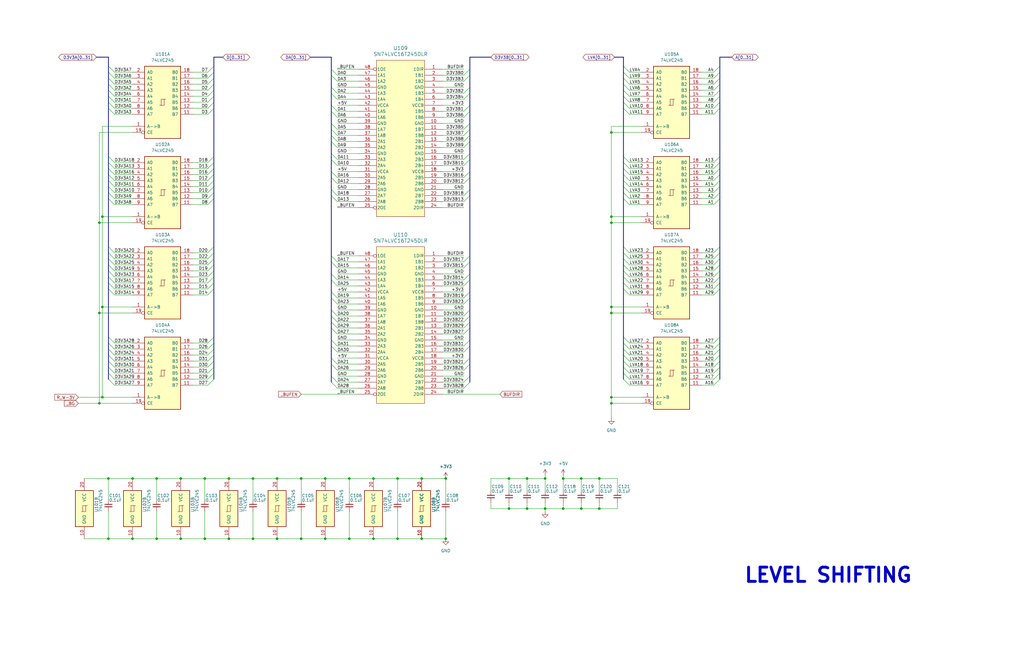
<source format=kicad_sch>
(kicad_sch (version 20231120) (generator "eeschema") (generator_version "8.0")
  (paper "USLedger")
  (title_block (title "AmigaPCI 68040") (date "2024-07-14") (rev "3.0"))
  (junction (at 177.8 201.93))
  (junction (at 245.11 201.93))
  (junction (at 229.87 214.63))
  (junction (at 43.18 167.64))
  (junction (at 86.36 227.33))
  (junction (at 252.73 214.63))
  (junction (at 257.81 55.88))
  (junction (at 257.81 91.44))
  (junction (at 127 201.93))
  (junction (at 43.18 91.44))
  (junction (at 167.64 227.33))
  (junction (at 137.16 201.93))
  (junction (at 257.81 93.98))
  (junction (at 106.68 227.33))
  (junction (at 41.91 170.18))
  (junction (at 66.04 201.93))
  (junction (at 43.18 129.54))
  (junction (at 137.16 227.33))
  (junction (at 55.88 201.93))
  (junction (at 252.73 201.93))
  (junction (at 45.72 227.33))
  (junction (at 157.48 201.93))
  (junction (at 237.49 214.63))
  (junction (at 127 227.33))
  (junction (at 177.8 227.33))
  (junction (at 257.81 167.64))
  (junction (at 214.63 214.63))
  (junction (at 187.96 201.93))
  (junction (at 257.81 129.54))
  (junction (at 116.84 201.93))
  (junction (at 257.81 132.08))
  (junction (at 96.52 201.93))
  (junction (at 66.04 227.33))
  (junction (at 222.25 214.63))
  (junction (at 147.32 227.33))
  (junction (at 222.25 201.93))
  (junction (at 237.49 201.93))
  (junction (at 157.48 227.33))
  (junction (at 86.36 201.93))
  (junction (at 116.84 227.33))
  (junction (at 167.64 201.93))
  (junction (at 106.68 201.93))
  (junction (at 76.2 201.93))
  (junction (at 55.88 227.33))
  (junction (at 214.63 201.93))
  (junction (at 187.96 227.33))
  (junction (at 76.2 227.33))
  (junction (at 41.91 93.98))
  (junction (at 96.52 227.33))
  (junction (at 257.81 170.18))
  (junction (at 147.32 201.93))
  (junction (at 245.11 214.63))
  (junction (at 41.91 132.08))
  (junction (at 229.87 201.93))
  (junction (at 45.72 201.93))
  (bus_entry (at 262.89 43.18) (size 2.54 2.54))
  (bus_entry (at 139.7 115.57) (size 2.54 2.54))
  (bus_entry (at 198.12 130.81) (size -2.54 2.54))
  (bus_entry (at 90.17 149.86) (size -2.54 2.54))
  (bus_entry (at 45.72 35.56) (size 2.54 2.54))
  (bus_entry (at 198.12 46.99) (size -2.54 2.54))
  (bus_entry (at 303.53 43.18) (size -2.54 2.54))
  (bus_entry (at 45.72 121.92) (size 2.54 2.54))
  (bus_entry (at 45.72 157.48) (size 2.54 2.54))
  (bus_entry (at 303.53 144.78) (size -2.54 2.54))
  (bus_entry (at 139.7 123.19) (size 2.54 2.54))
  (bus_entry (at 198.12 64.77) (size -2.54 2.54))
  (bus_entry (at 303.53 73.66) (size -2.54 2.54))
  (bus_entry (at 139.7 135.89) (size 2.54 2.54))
  (bus_entry (at 45.72 149.86) (size 2.54 2.54))
  (bus_entry (at 90.17 147.32) (size -2.54 2.54))
  (bus_entry (at 303.53 76.2) (size -2.54 2.54))
  (bus_entry (at 303.53 109.22) (size -2.54 2.54))
  (bus_entry (at 198.12 57.15) (size -2.54 2.54))
  (bus_entry (at 139.7 39.37) (size 2.54 2.54))
  (bus_entry (at 198.12 54.61) (size -2.54 2.54))
  (bus_entry (at 262.89 35.56) (size 2.54 2.54))
  (bus_entry (at 90.17 160.02) (size -2.54 2.54))
  (bus_entry (at 303.53 121.92) (size -2.54 2.54))
  (bus_entry (at 139.7 158.75) (size 2.54 2.54))
  (bus_entry (at 45.72 114.3) (size 2.54 2.54))
  (bus_entry (at 45.72 78.74) (size 2.54 2.54))
  (bus_entry (at 303.53 152.4) (size -2.54 2.54))
  (bus_entry (at 90.17 81.28) (size -2.54 2.54))
  (bus_entry (at 262.89 40.64) (size 2.54 2.54))
  (bus_entry (at 90.17 154.94) (size -2.54 2.54))
  (bus_entry (at 45.72 142.24) (size 2.54 2.54))
  (bus_entry (at 139.7 74.93) (size 2.54 2.54))
  (bus_entry (at 45.72 76.2) (size 2.54 2.54))
  (bus_entry (at 262.89 157.48) (size 2.54 2.54))
  (bus_entry (at 45.72 160.02) (size 2.54 2.54))
  (bus_entry (at 90.17 144.78) (size -2.54 2.54))
  (bus_entry (at 303.53 66.04) (size -2.54 2.54))
  (bus_entry (at 45.72 66.04) (size 2.54 2.54))
  (bus_entry (at 198.12 118.11) (size -2.54 2.54))
  (bus_entry (at 90.17 116.84) (size -2.54 2.54))
  (bus_entry (at 198.12 151.13) (size -2.54 2.54))
  (bus_entry (at 45.72 27.94) (size 2.54 2.54))
  (bus_entry (at 198.12 39.37) (size -2.54 2.54))
  (bus_entry (at 198.12 115.57) (size -2.54 2.54))
  (bus_entry (at 139.7 44.45) (size 2.54 2.54))
  (bus_entry (at 262.89 78.74) (size 2.54 2.54))
  (bus_entry (at 303.53 111.76) (size -2.54 2.54))
  (bus_entry (at 303.53 71.12) (size -2.54 2.54))
  (bus_entry (at 198.12 72.39) (size -2.54 2.54))
  (bus_entry (at 90.17 66.04) (size -2.54 2.54))
  (bus_entry (at 45.72 119.38) (size 2.54 2.54))
  (bus_entry (at 90.17 38.1) (size -2.54 2.54))
  (bus_entry (at 198.12 82.55) (size -2.54 2.54))
  (bus_entry (at 303.53 35.56) (size -2.54 2.54))
  (bus_entry (at 198.12 123.19) (size -2.54 2.54))
  (bus_entry (at 45.72 68.58) (size 2.54 2.54))
  (bus_entry (at 198.12 107.95) (size -2.54 2.54))
  (bus_entry (at 198.12 161.29) (size -2.54 2.54))
  (bus_entry (at 262.89 33.02) (size 2.54 2.54))
  (bus_entry (at 90.17 106.68) (size -2.54 2.54))
  (bus_entry (at 262.89 71.12) (size 2.54 2.54))
  (bus_entry (at 303.53 78.74) (size -2.54 2.54))
  (bus_entry (at 303.53 106.68) (size -2.54 2.54))
  (bus_entry (at 45.72 109.22) (size 2.54 2.54))
  (bus_entry (at 90.17 121.92) (size -2.54 2.54))
  (bus_entry (at 139.7 64.77) (size 2.54 2.54))
  (bus_entry (at 139.7 161.29) (size 2.54 2.54))
  (bus_entry (at 303.53 81.28) (size -2.54 2.54))
  (bus_entry (at 139.7 118.11) (size 2.54 2.54))
  (bus_entry (at 262.89 152.4) (size 2.54 2.54))
  (bus_entry (at 262.89 83.82) (size 2.54 2.54))
  (bus_entry (at 303.53 147.32) (size -2.54 2.54))
  (bus_entry (at 90.17 73.66) (size -2.54 2.54))
  (bus_entry (at 262.89 119.38) (size 2.54 2.54))
  (bus_entry (at 262.89 106.68) (size 2.54 2.54))
  (bus_entry (at 90.17 45.72) (size -2.54 2.54))
  (bus_entry (at 45.72 154.94) (size 2.54 2.54))
  (bus_entry (at 198.12 133.35) (size -2.54 2.54))
  (bus_entry (at 198.12 80.01) (size -2.54 2.54))
  (bus_entry (at 262.89 142.24) (size 2.54 2.54))
  (bus_entry (at 198.12 59.69) (size -2.54 2.54))
  (bus_entry (at 262.89 38.1) (size 2.54 2.54))
  (bus_entry (at 303.53 83.82) (size -2.54 2.54))
  (bus_entry (at 139.7 31.75) (size 2.54 2.54))
  (bus_entry (at 90.17 35.56) (size -2.54 2.54))
  (bus_entry (at 303.53 30.48) (size -2.54 2.54))
  (bus_entry (at 45.72 81.28) (size 2.54 2.54))
  (bus_entry (at 139.7 67.31) (size 2.54 2.54))
  (bus_entry (at 90.17 111.76) (size -2.54 2.54))
  (bus_entry (at 139.7 133.35) (size 2.54 2.54))
  (bus_entry (at 45.72 104.14) (size 2.54 2.54))
  (bus_entry (at 139.7 36.83) (size 2.54 2.54))
  (bus_entry (at 198.12 158.75) (size -2.54 2.54))
  (bus_entry (at 139.7 146.05) (size 2.54 2.54))
  (bus_entry (at 303.53 38.1) (size -2.54 2.54))
  (bus_entry (at 303.53 104.14) (size -2.54 2.54))
  (bus_entry (at 90.17 119.38) (size -2.54 2.54))
  (bus_entry (at 303.53 116.84) (size -2.54 2.54))
  (bus_entry (at 90.17 109.22) (size -2.54 2.54))
  (bus_entry (at 198.12 146.05) (size -2.54 2.54))
  (bus_entry (at 262.89 76.2) (size 2.54 2.54))
  (bus_entry (at 262.89 27.94) (size 2.54 2.54))
  (bus_entry (at 90.17 157.48) (size -2.54 2.54))
  (bus_entry (at 139.7 54.61) (size 2.54 2.54))
  (bus_entry (at 45.72 40.64) (size 2.54 2.54))
  (bus_entry (at 139.7 46.99) (size 2.54 2.54))
  (bus_entry (at 303.53 154.94) (size -2.54 2.54))
  (bus_entry (at 262.89 68.58) (size 2.54 2.54))
  (bus_entry (at 303.53 33.02) (size -2.54 2.54))
  (bus_entry (at 45.72 116.84) (size 2.54 2.54))
  (bus_entry (at 303.53 27.94) (size -2.54 2.54))
  (bus_entry (at 198.12 110.49) (size -2.54 2.54))
  (bus_entry (at 303.53 119.38) (size -2.54 2.54))
  (bus_entry (at 262.89 45.72) (size 2.54 2.54))
  (bus_entry (at 198.12 31.75) (size -2.54 2.54))
  (bus_entry (at 262.89 149.86) (size 2.54 2.54))
  (bus_entry (at 198.12 153.67) (size -2.54 2.54))
  (bus_entry (at 45.72 147.32) (size 2.54 2.54))
  (bus_entry (at 139.7 143.51) (size 2.54 2.54))
  (bus_entry (at 45.72 30.48) (size 2.54 2.54))
  (bus_entry (at 90.17 40.64) (size -2.54 2.54))
  (bus_entry (at 45.72 144.78) (size 2.54 2.54))
  (bus_entry (at 90.17 83.82) (size -2.54 2.54))
  (bus_entry (at 45.72 83.82) (size 2.54 2.54))
  (bus_entry (at 45.72 152.4) (size 2.54 2.54))
  (bus_entry (at 262.89 66.04) (size 2.54 2.54))
  (bus_entry (at 139.7 130.81) (size 2.54 2.54))
  (bus_entry (at 303.53 40.64) (size -2.54 2.54))
  (bus_entry (at 303.53 114.3) (size -2.54 2.54))
  (bus_entry (at 303.53 157.48) (size -2.54 2.54))
  (bus_entry (at 139.7 107.95) (size 2.54 2.54))
  (bus_entry (at 198.12 138.43) (size -2.54 2.54))
  (bus_entry (at 45.72 38.1) (size 2.54 2.54))
  (bus_entry (at 90.17 78.74) (size -2.54 2.54))
  (bus_entry (at 262.89 81.28) (size 2.54 2.54))
  (bus_entry (at 90.17 152.4) (size -2.54 2.54))
  (bus_entry (at 45.72 71.12) (size 2.54 2.54))
  (bus_entry (at 262.89 111.76) (size 2.54 2.54))
  (bus_entry (at 262.89 73.66) (size 2.54 2.54))
  (bus_entry (at 139.7 138.43) (size 2.54 2.54))
  (bus_entry (at 139.7 80.01) (size 2.54 2.54))
  (bus_entry (at 45.72 43.18) (size 2.54 2.54))
  (bus_entry (at 262.89 109.22) (size 2.54 2.54))
  (bus_entry (at 262.89 160.02) (size 2.54 2.54))
  (bus_entry (at 45.72 111.76) (size 2.54 2.54))
  (bus_entry (at 198.12 52.07) (size -2.54 2.54))
  (bus_entry (at 90.17 33.02) (size -2.54 2.54))
  (bus_entry (at 139.7 153.67) (size 2.54 2.54))
  (bus_entry (at 303.53 142.24) (size -2.54 2.54))
  (bus_entry (at 90.17 142.24) (size -2.54 2.54))
  (bus_entry (at 262.89 154.94) (size 2.54 2.54))
  (bus_entry (at 139.7 59.69) (size 2.54 2.54))
  (bus_entry (at 139.7 110.49) (size 2.54 2.54))
  (bus_entry (at 262.89 144.78) (size 2.54 2.54))
  (bus_entry (at 90.17 30.48) (size -2.54 2.54))
  (bus_entry (at 198.12 36.83) (size -2.54 2.54))
  (bus_entry (at 198.12 143.51) (size -2.54 2.54))
  (bus_entry (at 198.12 74.93) (size -2.54 2.54))
  (bus_entry (at 198.12 135.89) (size -2.54 2.54))
  (bus_entry (at 90.17 104.14) (size -2.54 2.54))
  (bus_entry (at 90.17 27.94) (size -2.54 2.54))
  (bus_entry (at 262.89 114.3) (size 2.54 2.54))
  (bus_entry (at 139.7 57.15) (size 2.54 2.54))
  (bus_entry (at 90.17 71.12) (size -2.54 2.54))
  (bus_entry (at 139.7 82.55) (size 2.54 2.54))
  (bus_entry (at 45.72 73.66) (size 2.54 2.54))
  (bus_entry (at 45.72 106.68) (size 2.54 2.54))
  (bus_entry (at 198.12 67.31) (size -2.54 2.54))
  (bus_entry (at 303.53 160.02) (size -2.54 2.54))
  (bus_entry (at 45.72 45.72) (size 2.54 2.54))
  (bus_entry (at 90.17 114.3) (size -2.54 2.54))
  (bus_entry (at 303.53 68.58) (size -2.54 2.54))
  (bus_entry (at 262.89 121.92) (size 2.54 2.54))
  (bus_entry (at 198.12 44.45) (size -2.54 2.54))
  (bus_entry (at 198.12 29.21) (size -2.54 2.54))
  (bus_entry (at 262.89 147.32) (size 2.54 2.54))
  (bus_entry (at 262.89 104.14) (size 2.54 2.54))
  (bus_entry (at 139.7 72.39) (size 2.54 2.54))
  (bus_entry (at 139.7 29.21) (size 2.54 2.54))
  (bus_entry (at 90.17 68.58) (size -2.54 2.54))
  (bus_entry (at 90.17 43.18) (size -2.54 2.54))
  (bus_entry (at 262.89 30.48) (size 2.54 2.54))
  (bus_entry (at 90.17 76.2) (size -2.54 2.54))
  (bus_entry (at 198.12 125.73) (size -2.54 2.54))
  (bus_entry (at 303.53 45.72) (size -2.54 2.54))
  (bus_entry (at 45.72 33.02) (size 2.54 2.54))
  (bus_entry (at 139.7 125.73) (size 2.54 2.54))
  (bus_entry (at 303.53 149.86) (size -2.54 2.54))
  (bus_entry (at 139.7 52.07) (size 2.54 2.54))
  (bus_entry (at 262.89 116.84) (size 2.54 2.54))
  (bus_entry (at 139.7 151.13) (size 2.54 2.54))
  (wire (pts (xy 142.24 49.53) (xy 151.13 49.53)))
  (wire (pts (xy 81.28 86.36) (xy 87.63 86.36)))
  (wire (pts (xy 48.26 81.28) (xy 55.88 81.28)))
  (wire (pts (xy 142.24 29.21) (xy 151.13 29.21)))
  (wire (pts (xy 186.69 57.15) (xy 195.58 57.15)))
  (wire (pts (xy 186.69 138.43) (xy 195.58 138.43)))
  (wire (pts (xy 265.43 68.58) (xy 270.51 68.58)))
  (bus (pts (xy 262.89 121.92) (xy 262.89 119.38)))
  (bus (pts (xy 262.89 68.58) (xy 262.89 66.04)))
  (bus (pts (xy 262.89 149.86) (xy 262.89 147.32)))
  (bus (pts (xy 303.53 43.18) (xy 303.53 40.64)))
  (wire (pts (xy 81.28 40.64) (xy 87.63 40.64)))
  (wire (pts (xy 187.96 201.93) (xy 187.96 210.82)))
  (wire (pts (xy 265.43 35.56) (xy 270.51 35.56)))
  (wire (pts (xy 43.18 129.54) (xy 55.88 129.54)))
  (wire (pts (xy 43.18 167.64) (xy 55.88 167.64)))
  (bus (pts (xy 262.89 38.1) (xy 262.89 35.56)))
  (bus (pts (xy 90.17 83.82) (xy 90.17 81.28)))
  (wire (pts (xy 43.18 129.54) (xy 43.18 167.64)))
  (bus (pts (xy 139.7 107.95) (xy 139.7 82.55)))
  (wire (pts (xy 229.87 214.63) (xy 229.87 215.9)))
  (wire (pts (xy 252.73 214.63) (xy 260.35 214.63)))
  (wire (pts (xy 167.64 227.33) (xy 157.48 227.33)))
  (wire (pts (xy 81.28 111.76) (xy 87.63 111.76)))
  (wire (pts (xy 48.26 45.72) (xy 55.88 45.72)))
  (wire (pts (xy 186.69 151.13) (xy 195.58 151.13)))
  (wire (pts (xy 48.26 73.66) (xy 55.88 73.66)))
  (wire (pts (xy 300.99 30.48) (xy 295.91 30.48)))
  (bus (pts (xy 139.7 44.45) (xy 139.7 39.37)))
  (wire (pts (xy 48.26 83.82) (xy 55.88 83.82)))
  (bus (pts (xy 303.53 83.82) (xy 303.53 81.28)))
  (bus (pts (xy 303.53 45.72) (xy 303.53 43.18)))
  (wire (pts (xy 81.28 33.02) (xy 87.63 33.02)))
  (wire (pts (xy 265.43 43.18) (xy 270.51 43.18)))
  (wire (pts (xy 186.69 125.73) (xy 195.58 125.73)))
  (wire (pts (xy 142.24 44.45) (xy 151.13 44.45)))
  (bus (pts (xy 90.17 76.2) (xy 90.17 73.66)))
  (wire (pts (xy 300.99 162.56) (xy 295.91 162.56)))
  (bus (pts (xy 45.72 40.64) (xy 45.72 38.1)))
  (wire (pts (xy 186.69 82.55) (xy 195.58 82.55)))
  (bus (pts (xy 198.12 52.07) (xy 198.12 46.99)))
  (wire (pts (xy 86.36 201.93) (xy 96.52 201.93)))
  (wire (pts (xy 260.35 201.93) (xy 260.35 207.01)))
  (wire (pts (xy 86.36 227.33) (xy 76.2 227.33)))
  (bus (pts (xy 45.72 27.94) (xy 45.72 24.13)))
  (wire (pts (xy 147.32 201.93) (xy 147.32 210.82)))
  (bus (pts (xy 90.17 71.12) (xy 90.17 68.58)))
  (wire (pts (xy 66.04 227.33) (xy 55.88 227.33)))
  (wire (pts (xy 186.69 113.03) (xy 195.58 113.03)))
  (bus (pts (xy 303.53 106.68) (xy 303.53 104.14)))
  (bus (pts (xy 45.72 81.28) (xy 45.72 78.74)))
  (wire (pts (xy 300.99 144.78) (xy 295.91 144.78)))
  (wire (pts (xy 252.73 201.93) (xy 252.73 207.01)))
  (wire (pts (xy 300.99 86.36) (xy 295.91 86.36)))
  (wire (pts (xy 81.28 160.02) (xy 87.63 160.02)))
  (wire (pts (xy 186.69 140.97) (xy 195.58 140.97)))
  (bus (pts (xy 45.72 109.22) (xy 45.72 106.68)))
  (wire (pts (xy 81.28 83.82) (xy 87.63 83.82)))
  (bus (pts (xy 303.53 27.94) (xy 303.53 24.13)))
  (bus (pts (xy 303.53 66.04) (xy 303.53 45.72)))
  (wire (pts (xy 86.36 215.9) (xy 86.36 227.33)))
  (wire (pts (xy 81.28 124.46) (xy 87.63 124.46)))
  (wire (pts (xy 147.32 215.9) (xy 147.32 227.33)))
  (wire (pts (xy 186.69 153.67) (xy 195.58 153.67)))
  (bus (pts (xy 198.12 67.31) (xy 198.12 64.77)))
  (bus (pts (xy 262.89 66.04) (xy 262.89 45.72)))
  (bus (pts (xy 198.12 123.19) (xy 198.12 118.11)))
  (bus (pts (xy 139.7 74.93) (xy 139.7 80.01)))
  (bus (pts (xy 303.53 35.56) (xy 303.53 33.02)))
  (wire (pts (xy 41.91 93.98) (xy 55.88 93.98)))
  (bus (pts (xy 262.89 73.66) (xy 262.89 71.12)))
  (wire (pts (xy 300.99 33.02) (xy 295.91 33.02)))
  (wire (pts (xy 142.24 125.73) (xy 151.13 125.73)))
  (bus (pts (xy 198.12 118.11) (xy 198.12 115.57)))
  (bus (pts (xy 262.89 116.84) (xy 262.89 114.3)))
  (wire (pts (xy 300.99 35.56) (xy 295.91 35.56)))
  (wire (pts (xy 186.69 49.53) (xy 195.58 49.53)))
  (wire (pts (xy 300.99 48.26) (xy 295.91 48.26)))
  (bus (pts (xy 90.17 45.72) (xy 90.17 43.18)))
  (bus (pts (xy 139.7 36.83) (xy 139.7 31.75)))
  (bus (pts (xy 45.72 147.32) (xy 45.72 144.78)))
  (bus (pts (xy 303.53 38.1) (xy 303.53 35.56)))
  (wire (pts (xy 142.24 140.97) (xy 151.13 140.97)))
  (wire (pts (xy 229.87 201.93) (xy 229.87 207.01)))
  (wire (pts (xy 142.24 67.31) (xy 151.13 67.31)))
  (wire (pts (xy 265.43 83.82) (xy 270.51 83.82)))
  (wire (pts (xy 142.24 163.83) (xy 151.13 163.83)))
  (wire (pts (xy 186.69 123.19) (xy 195.58 123.19)))
  (wire (pts (xy 48.26 86.36) (xy 55.88 86.36)))
  (bus (pts (xy 303.53 24.13) (xy 308.61 24.13)))
  (wire (pts (xy 127 227.33) (xy 137.16 227.33)))
  (wire (pts (xy 222.25 201.93) (xy 229.87 201.93)))
  (wire (pts (xy 186.69 128.27) (xy 195.58 128.27)))
  (wire (pts (xy 245.11 201.93) (xy 252.73 201.93)))
  (bus (pts (xy 45.72 38.1) (xy 45.72 35.56)))
  (wire (pts (xy 237.49 201.93) (xy 245.11 201.93)))
  (wire (pts (xy 265.43 149.86) (xy 270.51 149.86)))
  (wire (pts (xy 142.24 39.37) (xy 151.13 39.37)))
  (bus (pts (xy 198.12 135.89) (xy 198.12 133.35)))
  (wire (pts (xy 187.96 215.9) (xy 187.96 227.33)))
  (wire (pts (xy 142.24 146.05) (xy 151.13 146.05)))
  (wire (pts (xy 43.18 91.44) (xy 43.18 53.34)))
  (wire (pts (xy 81.28 157.48) (xy 87.63 157.48)))
  (bus (pts (xy 198.12 44.45) (xy 198.12 39.37)))
  (bus (pts (xy 303.53 78.74) (xy 303.53 76.2)))
  (bus (pts (xy 303.53 154.94) (xy 303.53 152.4)))
  (bus (pts (xy 139.7 54.61) (xy 139.7 52.07)))
  (bus (pts (xy 139.7 59.69) (xy 139.7 57.15)))
  (bus (pts (xy 90.17 40.64) (xy 90.17 38.1)))
  (bus (pts (xy 198.12 115.57) (xy 198.12 110.49)))
  (bus (pts (xy 198.12 161.29) (xy 198.12 158.75)))
  (wire (pts (xy 48.26 78.74) (xy 55.88 78.74)))
  (bus (pts (xy 262.89 81.28) (xy 262.89 78.74)))
  (wire (pts (xy 48.26 162.56) (xy 55.88 162.56)))
  (wire (pts (xy 257.81 129.54) (xy 270.51 129.54)))
  (wire (pts (xy 260.35 212.09) (xy 260.35 214.63)))
  (wire (pts (xy 186.69 161.29) (xy 195.58 161.29)))
  (wire (pts (xy 229.87 212.09) (xy 229.87 214.63)))
  (bus (pts (xy 198.12 138.43) (xy 198.12 135.89)))
  (wire (pts (xy 265.43 147.32) (xy 270.51 147.32)))
  (wire (pts (xy 186.69 77.47) (xy 195.58 77.47)))
  (wire (pts (xy 257.81 55.88) (xy 257.81 91.44)))
  (wire (pts (xy 265.43 48.26) (xy 270.51 48.26)))
  (wire (pts (xy 186.69 64.77) (xy 195.58 64.77)))
  (bus (pts (xy 45.72 33.02) (xy 45.72 30.48)))
  (bus (pts (xy 198.12 107.95) (xy 198.12 82.55)))
  (wire (pts (xy 48.26 33.02) (xy 55.88 33.02)))
  (bus (pts (xy 262.89 104.14) (xy 262.89 83.82)))
  (bus (pts (xy 262.89 154.94) (xy 262.89 152.4)))
  (wire (pts (xy 265.43 119.38) (xy 270.51 119.38)))
  (wire (pts (xy 265.43 109.22) (xy 270.51 109.22)))
  (wire (pts (xy 265.43 154.94) (xy 270.51 154.94)))
  (wire (pts (xy 186.69 148.59) (xy 195.58 148.59)))
  (wire (pts (xy 142.24 138.43) (xy 151.13 138.43)))
  (bus (pts (xy 198.12 36.83) (xy 198.12 31.75)))
  (bus (pts (xy 262.89 109.22) (xy 262.89 106.68)))
  (bus (pts (xy 262.89 30.48) (xy 262.89 27.94)))
  (wire (pts (xy 252.73 212.09) (xy 252.73 214.63)))
  (wire (pts (xy 222.25 212.09) (xy 222.25 214.63)))
  (wire (pts (xy 142.24 62.23) (xy 151.13 62.23)))
  (bus (pts (xy 139.7 67.31) (xy 139.7 64.77)))
  (bus (pts (xy 303.53 71.12) (xy 303.53 68.58)))
  (wire (pts (xy 41.91 132.08) (xy 55.88 132.08)))
  (bus (pts (xy 139.7 153.67) (xy 139.7 158.75)))
  (bus (pts (xy 198.12 54.61) (xy 198.12 52.07)))
  (bus (pts (xy 259.08 24.13) (xy 262.89 24.13)))
  (wire (pts (xy 106.68 201.93) (xy 106.68 210.82)))
  (wire (pts (xy 81.28 144.78) (xy 87.63 144.78)))
  (bus (pts (xy 198.12 31.75) (xy 198.12 29.21)))
  (wire (pts (xy 142.24 107.95) (xy 151.13 107.95)))
  (wire (pts (xy 270.51 55.88) (xy 257.81 55.88)))
  (bus (pts (xy 139.7 118.11) (xy 139.7 115.57)))
  (bus (pts (xy 262.89 152.4) (xy 262.89 149.86)))
  (wire (pts (xy 300.99 160.02) (xy 295.91 160.02)))
  (bus (pts (xy 262.89 142.24) (xy 262.89 121.92)))
  (wire (pts (xy 187.96 227.33) (xy 177.8 227.33)))
  (wire (pts (xy 81.28 48.26) (xy 87.63 48.26)))
  (wire (pts (xy 245.11 201.93) (xy 245.11 207.01)))
  (bus (pts (xy 139.7 138.43) (xy 139.7 143.51)))
  (bus (pts (xy 45.72 73.66) (xy 45.72 71.12)))
  (wire (pts (xy 300.99 157.48) (xy 295.91 157.48)))
  (bus (pts (xy 90.17 35.56) (xy 90.17 33.02)))
  (wire (pts (xy 186.69 74.93) (xy 195.58 74.93)))
  (bus (pts (xy 139.7 31.75) (xy 139.7 29.21)))
  (wire (pts (xy 48.26 111.76) (xy 55.88 111.76)))
  (bus (pts (xy 262.89 76.2) (xy 262.89 73.66)))
  (wire (pts (xy 41.91 132.08) (xy 41.91 93.98)))
  (wire (pts (xy 257.81 132.08) (xy 257.81 167.64)))
  (wire (pts (xy 66.04 227.33) (xy 76.2 227.33)))
  (bus (pts (xy 45.72 43.18) (xy 45.72 40.64)))
  (wire (pts (xy 300.99 111.76) (xy 295.91 111.76)))
  (wire (pts (xy 142.24 69.85) (xy 151.13 69.85)))
  (wire (pts (xy 142.24 123.19) (xy 151.13 123.19)))
  (wire (pts (xy 270.51 170.18) (xy 257.81 170.18)))
  (bus (pts (xy 90.17 27.94) (xy 90.17 24.13)))
  (wire (pts (xy 142.24 41.91) (xy 151.13 41.91)))
  (bus (pts (xy 90.17 154.94) (xy 90.17 152.4)))
  (wire (pts (xy 265.43 38.1) (xy 270.51 38.1)))
  (bus (pts (xy 139.7 146.05) (xy 139.7 143.51)))
  (wire (pts (xy 33.02 167.64) (xy 43.18 167.64)))
  (wire (pts (xy 81.28 35.56) (xy 87.63 35.56)))
  (bus (pts (xy 303.53 160.02) (xy 303.53 157.48)))
  (wire (pts (xy 186.69 29.21) (xy 195.58 29.21)))
  (bus (pts (xy 262.89 35.56) (xy 262.89 33.02)))
  (bus (pts (xy 198.12 143.51) (xy 198.12 138.43)))
  (wire (pts (xy 245.11 214.63) (xy 252.73 214.63)))
  (wire (pts (xy 142.24 133.35) (xy 151.13 133.35)))
  (bus (pts (xy 139.7 74.93) (xy 139.7 72.39)))
  (wire (pts (xy 265.43 111.76) (xy 270.51 111.76)))
  (bus (pts (xy 45.72 114.3) (xy 45.72 111.76)))
  (wire (pts (xy 142.24 36.83) (xy 151.13 36.83)))
  (wire (pts (xy 265.43 40.64) (xy 270.51 40.64)))
  (bus (pts (xy 303.53 73.66) (xy 303.53 71.12)))
  (wire (pts (xy 33.02 170.18) (xy 41.91 170.18)))
  (wire (pts (xy 265.43 114.3) (xy 270.51 114.3)))
  (wire (pts (xy 142.24 158.75) (xy 151.13 158.75)))
  (wire (pts (xy 81.28 76.2) (xy 87.63 76.2)))
  (wire (pts (xy 270.51 132.08) (xy 257.81 132.08)))
  (wire (pts (xy 265.43 71.12) (xy 270.51 71.12)))
  (wire (pts (xy 300.99 116.84) (xy 295.91 116.84)))
  (bus (pts (xy 198.12 39.37) (xy 198.12 36.83)))
  (wire (pts (xy 41.91 93.98) (xy 41.91 55.88)))
  (wire (pts (xy 81.28 81.28) (xy 87.63 81.28)))
  (bus (pts (xy 139.7 110.49) (xy 139.7 115.57)))
  (bus (pts (xy 303.53 33.02) (xy 303.53 30.48)))
  (bus (pts (xy 139.7 153.67) (xy 139.7 151.13)))
  (wire (pts (xy 48.26 76.2) (xy 55.88 76.2)))
  (bus (pts (xy 139.7 29.21) (xy 139.7 24.13)))
  (wire (pts (xy 257.81 91.44) (xy 270.51 91.44)))
  (wire (pts (xy 142.24 120.65) (xy 151.13 120.65)))
  (wire (pts (xy 265.43 160.02) (xy 270.51 160.02)))
  (wire (pts (xy 142.24 143.51) (xy 151.13 143.51)))
  (bus (pts (xy 139.7 39.37) (xy 139.7 36.83)))
  (wire (pts (xy 142.24 153.67) (xy 151.13 153.67)))
  (bus (pts (xy 139.7 57.15) (xy 139.7 54.61)))
  (bus (pts (xy 303.53 40.64) (xy 303.53 38.1)))
  (bus (pts (xy 45.72 30.48) (xy 45.72 27.94)))
  (bus (pts (xy 139.7 161.29) (xy 139.7 158.75)))
  (wire (pts (xy 81.28 162.56) (xy 87.63 162.56)))
  (bus (pts (xy 262.89 111.76) (xy 262.89 109.22)))
  (wire (pts (xy 300.99 45.72) (xy 295.91 45.72)))
  (wire (pts (xy 167.64 201.93) (xy 167.64 210.82)))
  (wire (pts (xy 265.43 124.46) (xy 270.51 124.46)))
  (wire (pts (xy 186.69 110.49) (xy 195.58 110.49)))
  (wire (pts (xy 186.69 46.99) (xy 195.58 46.99)))
  (wire (pts (xy 81.28 147.32) (xy 87.63 147.32)))
  (wire (pts (xy 48.26 124.46) (xy 55.88 124.46)))
  (bus (pts (xy 90.17 66.04) (xy 90.17 45.72)))
  (bus (pts (xy 262.89 27.94) (xy 262.89 24.13)))
  (wire (pts (xy 142.24 64.77) (xy 151.13 64.77)))
  (bus (pts (xy 262.89 71.12) (xy 262.89 68.58)))
  (wire (pts (xy 55.88 201.93) (xy 66.04 201.93)))
  (bus (pts (xy 90.17 144.78) (xy 90.17 142.24)))
  (bus (pts (xy 90.17 81.28) (xy 90.17 78.74)))
  (wire (pts (xy 186.69 67.31) (xy 195.58 67.31)))
  (wire (pts (xy 142.24 118.11) (xy 151.13 118.11)))
  (bus (pts (xy 198.12 24.13) (xy 207.01 24.13)))
  (wire (pts (xy 265.43 116.84) (xy 270.51 116.84)))
  (bus (pts (xy 45.72 142.24) (xy 45.72 121.92)))
  (wire (pts (xy 186.69 130.81) (xy 195.58 130.81)))
  (wire (pts (xy 81.28 119.38) (xy 87.63 119.38)))
  (wire (pts (xy 257.81 93.98) (xy 257.81 129.54)))
  (bus (pts (xy 90.17 114.3) (xy 90.17 111.76)))
  (wire (pts (xy 300.99 149.86) (xy 295.91 149.86)))
  (wire (pts (xy 265.43 152.4) (xy 270.51 152.4)))
  (wire (pts (xy 207.01 201.93) (xy 207.01 207.01)))
  (bus (pts (xy 45.72 160.02) (xy 45.72 157.48)))
  (wire (pts (xy 48.26 154.94) (xy 55.88 154.94)))
  (wire (pts (xy 186.69 115.57) (xy 195.58 115.57)))
  (wire (pts (xy 300.99 119.38) (xy 295.91 119.38)))
  (bus (pts (xy 139.7 67.31) (xy 139.7 72.39)))
  (wire (pts (xy 142.24 57.15) (xy 151.13 57.15)))
  (wire (pts (xy 43.18 53.34) (xy 55.88 53.34)))
  (wire (pts (xy 186.69 118.11) (xy 195.58 118.11)))
  (wire (pts (xy 48.26 48.26) (xy 55.88 48.26)))
  (wire (pts (xy 186.69 85.09) (xy 195.58 85.09)))
  (wire (pts (xy 48.26 68.58) (xy 55.88 68.58)))
  (wire (pts (xy 186.69 39.37) (xy 195.58 39.37)))
  (wire (pts (xy 265.43 157.48) (xy 270.51 157.48)))
  (wire (pts (xy 265.43 86.36) (xy 270.51 86.36)))
  (wire (pts (xy 237.49 212.09) (xy 237.49 214.63)))
  (wire (pts (xy 186.69 143.51) (xy 195.58 143.51)))
  (wire (pts (xy 142.24 130.81) (xy 151.13 130.81)))
  (bus (pts (xy 262.89 157.48) (xy 262.89 154.94)))
  (bus (pts (xy 303.53 119.38) (xy 303.53 116.84)))
  (bus (pts (xy 45.72 154.94) (xy 45.72 152.4)))
  (wire (pts (xy 300.99 78.74) (xy 295.91 78.74)))
  (wire (pts (xy 245.11 212.09) (xy 245.11 214.63)))
  (bus (pts (xy 45.72 157.48) (xy 45.72 154.94)))
  (bus (pts (xy 198.12 57.15) (xy 198.12 54.61)))
  (wire (pts (xy 142.24 52.07) (xy 151.13 52.07)))
  (wire (pts (xy 229.87 214.63) (xy 237.49 214.63)))
  (wire (pts (xy 45.72 201.93) (xy 55.88 201.93)))
  (wire (pts (xy 300.99 109.22) (xy 295.91 109.22)))
  (bus (pts (xy 45.72 121.92) (xy 45.72 119.38)))
  (wire (pts (xy 186.69 54.61) (xy 195.58 54.61)))
  (wire (pts (xy 186.69 158.75) (xy 195.58 158.75)))
  (wire (pts (xy 300.99 81.28) (xy 295.91 81.28)))
  (wire (pts (xy 186.69 107.95) (xy 195.58 107.95)))
  (wire (pts (xy 142.24 135.89) (xy 151.13 135.89)))
  (bus (pts (xy 303.53 109.22) (xy 303.53 106.68)))
  (bus (pts (xy 262.89 114.3) (xy 262.89 111.76)))
  (bus (pts (xy 139.7 59.69) (xy 139.7 64.77)))
  (bus (pts (xy 139.7 110.49) (xy 139.7 107.95)))
  (wire (pts (xy 186.69 34.29) (xy 195.58 34.29)))
  (wire (pts (xy 81.28 45.72) (xy 87.63 45.72)))
  (wire (pts (xy 127 166.37) (xy 151.13 166.37)))
  (wire (pts (xy 41.91 170.18) (xy 41.91 132.08)))
  (bus (pts (xy 45.72 66.04) (xy 45.72 45.72)))
  (bus (pts (xy 90.17 38.1) (xy 90.17 35.56)))
  (wire (pts (xy 142.24 87.63) (xy 151.13 87.63)))
  (wire (pts (xy 137.16 201.93) (xy 147.32 201.93)))
  (wire (pts (xy 48.26 147.32) (xy 55.88 147.32)))
  (bus (pts (xy 139.7 118.11) (xy 139.7 123.19)))
  (wire (pts (xy 48.26 43.18) (xy 55.88 43.18)))
  (wire (pts (xy 214.63 212.09) (xy 214.63 214.63)))
  (bus (pts (xy 262.89 43.18) (xy 262.89 40.64)))
  (bus (pts (xy 198.12 133.35) (xy 198.12 130.81)))
  (wire (pts (xy 48.26 106.68) (xy 55.88 106.68)))
  (bus (pts (xy 90.17 142.24) (xy 90.17 121.92)))
  (wire (pts (xy 127 215.9) (xy 127 227.33)))
  (wire (pts (xy 257.81 167.64) (xy 257.81 170.18)))
  (bus (pts (xy 198.12 110.49) (xy 198.12 107.95)))
  (wire (pts (xy 106.68 227.33) (xy 96.52 227.33)))
  (wire (pts (xy 167.64 227.33) (xy 177.8 227.33)))
  (wire (pts (xy 300.99 147.32) (xy 295.91 147.32)))
  (wire (pts (xy 76.2 201.93) (xy 86.36 201.93)))
  (wire (pts (xy 35.56 201.93) (xy 45.72 201.93)))
  (bus (pts (xy 262.89 83.82) (xy 262.89 81.28)))
  (wire (pts (xy 265.43 106.68) (xy 270.51 106.68)))
  (wire (pts (xy 142.24 148.59) (xy 151.13 148.59)))
  (wire (pts (xy 257.81 167.64) (xy 270.51 167.64)))
  (wire (pts (xy 81.28 43.18) (xy 87.63 43.18)))
  (bus (pts (xy 45.72 71.12) (xy 45.72 68.58)))
  (wire (pts (xy 186.69 41.91) (xy 195.58 41.91)))
  (wire (pts (xy 147.32 227.33) (xy 137.16 227.33)))
  (wire (pts (xy 186.69 69.85) (xy 195.58 69.85)))
  (bus (pts (xy 90.17 152.4) (xy 90.17 149.86)))
  (wire (pts (xy 48.26 152.4) (xy 55.88 152.4)))
  (wire (pts (xy 81.28 149.86) (xy 87.63 149.86)))
  (wire (pts (xy 66.04 201.93) (xy 76.2 201.93)))
  (bus (pts (xy 90.17 111.76) (xy 90.17 109.22)))
  (bus (pts (xy 90.17 24.13) (xy 93.98 24.13)))
  (wire (pts (xy 265.43 73.66) (xy 270.51 73.66)))
  (wire (pts (xy 81.28 109.22) (xy 87.63 109.22)))
  (wire (pts (xy 81.28 154.94) (xy 87.63 154.94)))
  (wire (pts (xy 300.99 76.2) (xy 295.91 76.2)))
  (bus (pts (xy 262.89 40.64) (xy 262.89 38.1)))
  (bus (pts (xy 262.89 33.02) (xy 262.89 30.48)))
  (bus (pts (xy 90.17 119.38) (xy 90.17 116.84)))
  (wire (pts (xy 48.26 40.64) (xy 55.88 40.64)))
  (wire (pts (xy 45.72 201.93) (xy 45.72 210.82)))
  (bus (pts (xy 90.17 149.86) (xy 90.17 147.32)))
  (wire (pts (xy 300.99 71.12) (xy 295.91 71.12)))
  (wire (pts (xy 127 201.93) (xy 137.16 201.93)))
  (wire (pts (xy 142.24 54.61) (xy 151.13 54.61)))
  (wire (pts (xy 186.69 163.83) (xy 195.58 163.83)))
  (wire (pts (xy 48.26 121.92) (xy 55.88 121.92)))
  (wire (pts (xy 81.28 68.58) (xy 87.63 68.58)))
  (wire (pts (xy 45.72 227.33) (xy 55.88 227.33)))
  (bus (pts (xy 303.53 114.3) (xy 303.53 111.76)))
  (wire (pts (xy 142.24 156.21) (xy 151.13 156.21)))
  (wire (pts (xy 214.63 201.93) (xy 214.63 207.01)))
  (bus (pts (xy 139.7 138.43) (xy 139.7 135.89)))
  (bus (pts (xy 139.7 52.07) (xy 139.7 46.99)))
  (bus (pts (xy 262.89 106.68) (xy 262.89 104.14)))
  (bus (pts (xy 198.12 153.67) (xy 198.12 151.13)))
  (bus (pts (xy 262.89 160.02) (xy 262.89 157.48)))
  (bus (pts (xy 90.17 78.74) (xy 90.17 76.2)))
  (wire (pts (xy 81.28 152.4) (xy 87.63 152.4)))
  (wire (pts (xy 207.01 201.93) (xy 214.63 201.93)))
  (bus (pts (xy 303.53 104.14) (xy 303.53 83.82)))
  (bus (pts (xy 90.17 33.02) (xy 90.17 30.48)))
  (wire (pts (xy 300.99 114.3) (xy 295.91 114.3)))
  (bus (pts (xy 139.7 125.73) (xy 139.7 130.81)))
  (bus (pts (xy 45.72 144.78) (xy 45.72 142.24)))
  (bus (pts (xy 303.53 111.76) (xy 303.53 109.22)))
  (wire (pts (xy 81.28 73.66) (xy 87.63 73.66)))
  (wire (pts (xy 142.24 34.29) (xy 151.13 34.29)))
  (wire (pts (xy 43.18 91.44) (xy 55.88 91.44)))
  (wire (pts (xy 43.18 129.54) (xy 43.18 91.44)))
  (bus (pts (xy 45.72 45.72) (xy 45.72 43.18)))
  (bus (pts (xy 45.72 111.76) (xy 45.72 109.22)))
  (wire (pts (xy 48.26 160.02) (xy 55.88 160.02)))
  (wire (pts (xy 257.81 53.34) (xy 257.81 55.88)))
  (wire (pts (xy 300.99 68.58) (xy 295.91 68.58)))
  (wire (pts (xy 142.24 113.03) (xy 151.13 113.03)))
  (bus (pts (xy 90.17 121.92) (xy 90.17 119.38)))
  (bus (pts (xy 45.72 149.86) (xy 45.72 147.32)))
  (wire (pts (xy 48.26 116.84) (xy 55.88 116.84)))
  (wire (pts (xy 265.43 45.72) (xy 270.51 45.72)))
  (wire (pts (xy 186.69 166.37) (xy 210.82 166.37)))
  (wire (pts (xy 41.91 170.18) (xy 55.88 170.18)))
  (bus (pts (xy 198.12 151.13) (xy 198.12 146.05)))
  (wire (pts (xy 229.87 201.93) (xy 229.87 200.66)))
  (bus (pts (xy 198.12 46.99) (xy 198.12 44.45)))
  (bus (pts (xy 303.53 30.48) (xy 303.53 27.94)))
  (bus (pts (xy 90.17 106.68) (xy 90.17 104.14)))
  (wire (pts (xy 147.32 227.33) (xy 157.48 227.33)))
  (wire (pts (xy 300.99 43.18) (xy 295.91 43.18)))
  (wire (pts (xy 66.04 201.93) (xy 66.04 210.82)))
  (wire (pts (xy 300.99 152.4) (xy 295.91 152.4)))
  (wire (pts (xy 186.69 146.05) (xy 195.58 146.05)))
  (wire (pts (xy 265.43 144.78) (xy 270.51 144.78)))
  (bus (pts (xy 198.12 82.55) (xy 198.12 80.01)))
  (wire (pts (xy 214.63 214.63) (xy 222.25 214.63)))
  (wire (pts (xy 167.64 215.9) (xy 167.64 227.33)))
  (wire (pts (xy 300.99 121.92) (xy 295.91 121.92)))
  (wire (pts (xy 142.24 74.93) (xy 151.13 74.93)))
  (bus (pts (xy 45.72 35.56) (xy 45.72 33.02)))
  (wire (pts (xy 300.99 154.94) (xy 295.91 154.94)))
  (wire (pts (xy 48.26 119.38) (xy 55.88 119.38)))
  (wire (pts (xy 265.43 81.28) (xy 270.51 81.28)))
  (wire (pts (xy 127 201.93) (xy 127 210.82)))
  (bus (pts (xy 45.72 68.58) (xy 45.72 66.04)))
  (wire (pts (xy 186.69 72.39) (xy 195.58 72.39)))
  (wire (pts (xy 186.69 31.75) (xy 195.58 31.75)))
  (wire (pts (xy 106.68 201.93) (xy 116.84 201.93)))
  (wire (pts (xy 186.69 87.63) (xy 195.58 87.63)))
  (wire (pts (xy 270.51 93.98) (xy 257.81 93.98)))
  (wire (pts (xy 167.64 201.93) (xy 177.8 201.93)))
  (wire (pts (xy 270.51 53.34) (xy 257.81 53.34)))
  (bus (pts (xy 45.72 104.14) (xy 45.72 83.82)))
  (wire (pts (xy 81.28 121.92) (xy 87.63 121.92)))
  (wire (pts (xy 106.68 227.33) (xy 116.84 227.33)))
  (wire (pts (xy 265.43 162.56) (xy 270.51 162.56)))
  (bus (pts (xy 90.17 147.32) (xy 90.17 144.78)))
  (wire (pts (xy 186.69 59.69) (xy 195.58 59.69)))
  (wire (pts (xy 81.28 30.48) (xy 87.63 30.48)))
  (bus (pts (xy 303.53 147.32) (xy 303.53 144.78)))
  (wire (pts (xy 66.04 215.9) (xy 66.04 227.33)))
  (wire (pts (xy 186.69 36.83) (xy 195.58 36.83)))
  (bus (pts (xy 262.89 147.32) (xy 262.89 144.78)))
  (bus (pts (xy 198.12 74.93) (xy 198.12 72.39)))
  (bus (pts (xy 262.89 144.78) (xy 262.89 142.24)))
  (wire (pts (xy 86.36 227.33) (xy 96.52 227.33)))
  (bus (pts (xy 90.17 73.66) (xy 90.17 71.12)))
  (wire (pts (xy 207.01 212.09) (xy 207.01 214.63)))
  (wire (pts (xy 177.8 201.93) (xy 187.96 201.93)))
  (wire (pts (xy 157.48 201.93) (xy 167.64 201.93)))
  (wire (pts (xy 265.43 30.48) (xy 270.51 30.48)))
  (bus (pts (xy 45.72 76.2) (xy 45.72 73.66)))
  (wire (pts (xy 300.99 106.68) (xy 295.91 106.68)))
  (bus (pts (xy 90.17 157.48) (xy 90.17 154.94)))
  (wire (pts (xy 127 227.33) (xy 116.84 227.33)))
  (wire (pts (xy 48.26 149.86) (xy 55.88 149.86)))
  (wire (pts (xy 81.28 78.74) (xy 87.63 78.74)))
  (wire (pts (xy 147.32 201.93) (xy 157.48 201.93)))
  (wire (pts (xy 142.24 115.57) (xy 151.13 115.57)))
  (wire (pts (xy 186.69 156.21) (xy 195.58 156.21)))
  (bus (pts (xy 139.7 146.05) (xy 139.7 151.13)))
  (bus (pts (xy 303.53 76.2) (xy 303.53 73.66)))
  (wire (pts (xy 48.26 144.78) (xy 55.88 144.78)))
  (bus (pts (xy 198.12 158.75) (xy 198.12 153.67)))
  (bus (pts (xy 303.53 144.78) (xy 303.53 142.24)))
  (wire (pts (xy 300.99 124.46) (xy 295.91 124.46)))
  (bus (pts (xy 198.12 29.21) (xy 198.12 24.13)))
  (wire (pts (xy 142.24 59.69) (xy 151.13 59.69)))
  (wire (pts (xy 186.69 52.07) (xy 195.58 52.07)))
  (wire (pts (xy 142.24 110.49) (xy 151.13 110.49)))
  (wire (pts (xy 142.24 151.13) (xy 151.13 151.13)))
  (wire (pts (xy 252.73 201.93) (xy 260.35 201.93)))
  (bus (pts (xy 262.89 45.72) (xy 262.89 43.18)))
  (bus (pts (xy 139.7 125.73) (xy 139.7 123.19)))
  (bus (pts (xy 303.53 149.86) (xy 303.53 147.32)))
  (bus (pts (xy 303.53 152.4) (xy 303.53 149.86)))
  (bus (pts (xy 303.53 68.58) (xy 303.53 66.04)))
  (wire (pts (xy 300.99 73.66) (xy 295.91 73.66)))
  (bus (pts (xy 90.17 30.48) (xy 90.17 27.94)))
  (wire (pts (xy 81.28 114.3) (xy 87.63 114.3)))
  (wire (pts (xy 142.24 85.09) (xy 151.13 85.09)))
  (bus (pts (xy 90.17 68.58) (xy 90.17 66.04)))
  (wire (pts (xy 186.69 120.65) (xy 195.58 120.65)))
  (wire (pts (xy 265.43 76.2) (xy 270.51 76.2)))
  (wire (pts (xy 106.68 215.9) (xy 106.68 227.33)))
  (wire (pts (xy 186.69 80.01) (xy 195.58 80.01)))
  (bus (pts (xy 45.72 83.82) (xy 45.72 81.28)))
  (bus (pts (xy 198.12 80.01) (xy 198.12 74.93)))
  (bus (pts (xy 303.53 81.28) (xy 303.53 78.74)))
  (wire (pts (xy 186.69 44.45) (xy 195.58 44.45)))
  (wire (pts (xy 222.25 201.93) (xy 222.25 207.01)))
  (bus (pts (xy 198.12 125.73) (xy 198.12 123.19)))
  (wire (pts (xy 81.28 106.68) (xy 87.63 106.68)))
  (bus (pts (xy 90.17 116.84) (xy 90.17 114.3)))
  (wire (pts (xy 48.26 114.3) (xy 55.88 114.3)))
  (wire (pts (xy 48.26 35.56) (xy 55.88 35.56)))
  (bus (pts (xy 40.64 24.13) (xy 45.72 24.13)))
  (wire (pts (xy 257.81 129.54) (xy 257.81 132.08)))
  (wire (pts (xy 300.99 40.64) (xy 295.91 40.64)))
  (bus (pts (xy 45.72 78.74) (xy 45.72 76.2)))
  (bus (pts (xy 262.89 78.74) (xy 262.89 76.2)))
  (wire (pts (xy 265.43 121.92) (xy 270.51 121.92)))
  (wire (pts (xy 45.72 227.33) (xy 35.56 227.33)))
  (wire (pts (xy 142.24 128.27) (xy 151.13 128.27)))
  (wire (pts (xy 142.24 31.75) (xy 151.13 31.75)))
  (bus (pts (xy 139.7 82.55) (xy 139.7 80.01)))
  (bus (pts (xy 303.53 121.92) (xy 303.53 119.38)))
  (wire (pts (xy 86.36 201.93) (xy 86.36 210.82)))
  (wire (pts (xy 48.26 30.48) (xy 55.88 30.48)))
  (bus (pts (xy 198.12 64.77) (xy 198.12 59.69)))
  (wire (pts (xy 142.24 80.01) (xy 151.13 80.01)))
  (wire (pts (xy 186.69 133.35) (xy 195.58 133.35)))
  (bus (pts (xy 303.53 142.24) (xy 303.53 121.92)))
  (wire (pts (xy 237.49 200.66) (xy 237.49 201.93)))
  (wire (pts (xy 237.49 201.93) (xy 237.49 207.01)))
  (bus (pts (xy 90.17 104.14) (xy 90.17 83.82)))
  (wire (pts (xy 300.99 38.1) (xy 295.91 38.1)))
  (wire (pts (xy 45.72 215.9) (xy 45.72 227.33)))
  (wire (pts (xy 214.63 201.93) (xy 222.25 201.93)))
  (wire (pts (xy 81.28 38.1) (xy 87.63 38.1)))
  (wire (pts (xy 207.01 214.63) (xy 214.63 214.63)))
  (bus (pts (xy 198.12 130.81) (xy 198.12 125.73)))
  (wire (pts (xy 265.43 33.02) (xy 270.51 33.02)))
  (bus (pts (xy 90.17 43.18) (xy 90.17 40.64)))
  (wire (pts (xy 222.25 214.63) (xy 229.87 214.63)))
  (wire (pts (xy 186.69 62.23) (xy 195.58 62.23)))
  (bus (pts (xy 45.72 116.84) (xy 45.72 114.3)))
  (wire (pts (xy 257.81 170.18) (xy 257.81 176.53)))
  (bus (pts (xy 198.12 59.69) (xy 198.12 57.15)))
  (wire (pts (xy 265.43 78.74) (xy 270.51 78.74)))
  (bus (pts (xy 303.53 157.48) (xy 303.53 154.94)))
  (wire (pts (xy 48.26 157.48) (xy 55.88 157.48)))
  (wire (pts (xy 142.24 77.47) (xy 151.13 77.47)))
  (wire (pts (xy 41.91 55.88) (xy 55.88 55.88)))
  (bus (pts (xy 45.72 119.38) (xy 45.72 116.84)))
  (bus (pts (xy 139.7 135.89) (xy 139.7 133.35)))
  (wire (pts (xy 48.26 38.1) (xy 55.88 38.1)))
  (bus (pts (xy 262.89 119.38) (xy 262.89 116.84)))
  (bus (pts (xy 303.53 116.84) (xy 303.53 114.3)))
  (bus (pts (xy 90.17 109.22) (xy 90.17 106.68)))
  (wire (pts (xy 142.24 82.55) (xy 151.13 82.55)))
  (wire (pts (xy 116.84 201.93) (xy 127 201.93)))
  (wire (pts (xy 96.52 201.93) (xy 106.68 201.93)))
  (wire (pts (xy 48.26 109.22) (xy 55.88 109.22)))
  (wire (pts (xy 81.28 116.84) (xy 87.63 116.84)))
  (wire (pts (xy 142.24 72.39) (xy 151.13 72.39)))
  (wire (pts (xy 237.49 214.63) (xy 245.11 214.63)))
  (bus (pts (xy 90.17 160.02) (xy 90.17 157.48)))
  (bus (pts (xy 139.7 46.99) (xy 139.7 44.45)))
  (wire (pts (xy 142.24 161.29) (xy 151.13 161.29)))
  (bus (pts (xy 198.12 72.39) (xy 198.12 67.31)))
  (wire (pts (xy 257.81 91.44) (xy 257.81 93.98)))
  (bus (pts (xy 45.72 152.4) (xy 45.72 149.86)))
  (wire (pts (xy 186.69 135.89) (xy 195.58 135.89)))
  (wire (pts (xy 142.24 46.99) (xy 151.13 46.99)))
  (bus (pts (xy 45.72 106.68) (xy 45.72 104.14)))
  (wire (pts (xy 48.26 71.12) (xy 55.88 71.12)))
  (wire (pts (xy 300.99 83.82) (xy 295.91 83.82)))
  (bus (pts (xy 130.81 24.13) (xy 139.7 24.13)))
  (bus (pts (xy 198.12 146.05) (xy 198.12 143.51)))
  (bus (pts (xy 139.7 133.35) (xy 139.7 130.81)))
  (wire (pts (xy 81.28 71.12) (xy 87.63 71.12)))
  (text "LEVEL SHIFTING" (at 313.436 246.38 0) (effects (font (size 6 6) (thickness 1.2) (bold yes)) (justify left bottom)))
  (label "D4" (at 87.63 40.64 180))
  (label "DA0" (at 142.24 31.75 0))
  (label "BUFDIR" (at 195.58 29.21 180))
  (label "DA30" (at 142.24 148.59 0))
  (label "A30" (at 300.99 111.76 180))
  (label "D3V3A20" (at 48.26 106.68 0))
  (label "DA31" (at 142.24 146.05 0))
  (label "A20" (at 300.99 152.4 180))
  (label "A29" (at 300.99 124.46 180))
  (label "D3V3B10" (at 195.58 69.85 180))
  (label "LVA14" (at 265.43 78.74 0))
  (label "A18" (at 300.99 154.94 180))
  (label "D3V3B14" (at 195.58 118.11 180))
  (label "D3V3B15" (at 195.58 113.03 180))
  (label "D1" (at 87.63 43.18 180))
  (label "+5V" (at 142.24 44.45 0))
  (label "LVA0" (at 265.43 76.2 0))
  (label "D9" (at 87.63 83.82 180))
  (label "D3V3B11" (at 195.58 67.31 180))
  (label "D3V3B28" (at 195.58 163.83 180))
  (label "+3V3" (at 195.58 123.19 180))
  (label "LVA8" (at 265.43 43.18 0))
  (label "A6" (at 300.99 38.1 180))
  (label "D30" (at 87.63 154.94 180))
  (label "GND" (at 142.24 158.75 0))
  (label "LVA18" (at 265.43 154.94 0))
  (label "GND" (at 142.24 52.07 0))
  (label "DA14" (at 142.24 118.11 0))
  (label "GND" (at 142.24 64.77 0))
  (label "D18" (at 87.63 68.58 180))
  (label "GND" (at 142.24 143.51 0))
  (label "DA27" (at 142.24 140.97 0))
  (label "LVA19" (at 265.43 157.48 0))
  (label "D3V3A28" (at 48.26 144.78 0))
  (label "D3V3B4" (at 195.58 41.91 180))
  (label "LVA24" (at 265.43 147.32 0))
  (label "GND" (at 195.58 36.83 180))
  (label "LVA3" (at 265.43 81.28 0))
  (label "A4" (at 300.99 30.48 180))
  (label "D12" (at 87.63 76.2 180))
  (label "D3V3A25" (at 48.26 111.76 0))
  (label "LVA30" (at 265.43 111.76 0))
  (label "GND" (at 142.24 130.81 0))
  (label "DA29" (at 142.24 138.43 0))
  (label "_BUFEN" (at 142.24 107.95 0))
  (label "+3V3" (at 195.58 44.45 180))
  (label "D13" (at 87.63 71.12 180))
  (label "LVA25" (at 265.43 109.22 0))
  (label "D3V3B30" (at 195.58 148.59 180))
  (label "DA10" (at 142.24 69.85 0))
  (label "D6" (at 87.63 33.02 180))
  (label "D3V3B0" (at 195.58 31.75 180))
  (label "D0" (at 87.63 45.72 180))
  (label "D3V3A23" (at 48.26 116.84 0))
  (label "D3V3B21" (at 195.58 153.67 180))
  (label "A27" (at 300.99 144.78 180))
  (label "A12" (at 300.99 71.12 180))
  (label "D3V3A13" (at 48.26 71.12 0))
  (label "D28" (at 87.63 144.78 180))
  (label "LVA7" (at 265.43 40.64 0))
  (label "LVA12" (at 265.43 71.12 0))
  (label "D3V3A18" (at 48.26 68.58 0))
  (label "D27" (at 87.63 162.56 180))
  (label "_BUFEN" (at 142.24 166.37 0))
  (label "D5" (at 87.63 35.56 180))
  (label "DA2" (at 142.24 39.37 0))
  (label "BUFDIR" (at 195.58 87.63 180))
  (label "D3V3B25" (at 195.58 120.65 180))
  (label "DA17" (at 142.24 110.49 0))
  (label "D3V3A16" (at 48.26 73.66 0))
  (label "D7" (at 87.63 30.48 180))
  (label "D3V3A27" (at 48.26 162.56 0))
  (label "LVA21" (at 265.43 149.86 0))
  (label "LVA6" (at 265.43 38.1 0))
  (label "D3V3A9" (at 48.26 83.82 0))
  (label "A10" (at 300.99 45.72 180))
  (label "LVA29" (at 265.43 124.46 0))
  (label "D3V3B19" (at 195.58 125.73 180))
  (label "LVA23" (at 265.43 106.68 0))
  (label "D2" (at 87.63 38.1 180))
  (label "A9" (at 300.99 33.02 180))
  (label "D8" (at 87.63 86.36 180))
  (label "D23" (at 87.63 116.84 180))
  (label "A1" (at 300.99 86.36 180))
  (label "D3V3A6" (at 48.26 33.02 0))
  (label "D3V3A1" (at 48.26 43.18 0))
  (label "A31" (at 300.99 121.92 180))
  (label "BUFDIR" (at 195.58 166.37 180))
  (label "DA7" (at 142.24 57.15 0))
  (label "A15" (at 300.99 73.66 180))
  (label "LVA27" (at 265.43 144.78 0))
  (label "DA21" (at 142.24 153.67 0))
  (label "D3V3B18" (at 195.58 82.55 180))
  (label "D3V3B31" (at 195.58 146.05 180))
  (label "_BUFEN" (at 142.24 87.63 0))
  (label "D29" (at 87.63 160.02 180))
  (label "A3" (at 300.99 81.28 180))
  (label "DA1" (at 142.24 46.99 0))
  (label "D3V3A5" (at 48.26 35.56 0))
  (label "D3" (at 87.63 48.26 180))
  (label "D11" (at 87.63 78.74 180))
  (label "+5V" (at 142.24 151.13 0))
  (label "A22" (at 300.99 119.38 180))
  (label "GND" (at 142.24 36.83 0))
  (label "DA22" (at 142.24 135.89 0))
  (label "DA18" (at 142.24 82.55 0))
  (label "A14" (at 300.99 78.74 180))
  (label "LVA31" (at 265.43 121.92 0))
  (label "D3V3B20" (at 195.58 133.35 180))
  (label "D21" (at 87.63 157.48 180))
  (label "DA25" (at 142.24 120.65 0))
  (label "A19" (at 300.99 157.48 180))
  (label "LVA9" (at 265.43 33.02 0))
  (label "LVA1" (at 265.43 86.36 0))
  (label "A13" (at 300.99 68.58 180))
  (label "DA28" (at 142.24 163.83 0))
  (label "D3V3B23" (at 195.58 128.27 180))
  (label "D3V3A22" (at 48.26 109.22 0))
  (label "D3V3A30" (at 48.26 154.94 0))
  (label "A5" (at 300.99 35.56 180))
  (label "D3V3B5" (at 195.58 54.61 180))
  (label "DA24" (at 142.24 161.29 0))
  (label "LVA20" (at 265.43 152.4 0))
  (label "GND" (at 142.24 115.57 0))
  (label "LVA13" (at 265.43 68.58 0))
  (label "D3V3B9" (at 195.58 62.23 180))
  (label "D3V3B16" (at 195.58 74.93 180))
  (label "D3V3A21" (at 48.26 157.48 0))
  (label "A17" (at 300.99 160.02 180))
  (label "+5V" (at 142.24 72.39 0))
  (label "D3V3B2" (at 195.58 39.37 180))
  (label "A24" (at 300.99 147.32 180))
  (label "DA3" (at 142.24 34.29 0))
  (label "D3V3A19" (at 48.26 114.3 0))
  (label "D3V3A3" (at 48.26 48.26 0))
  (label "D3V3A26" (at 48.26 147.32 0))
  (label "A0" (at 300.99 76.2 180))
  (label "GND" (at 195.58 130.81 180))
  (label "LVA26" (at 265.43 116.84 0))
  (label "LVA2" (at 265.43 83.82 0))
  (label "D20" (at 87.63 106.68 180))
  (label "D3V3B6" (at 195.58 49.53 180))
  (label "LVA4" (at 265.43 30.48 0))
  (label "A23" (at 300.99 106.68 180))
  (label "A28" (at 300.99 114.3 180))
  (label "D3V3B27" (at 195.58 140.97 180))
  (label "D26" (at 87.63 147.32 180))
  (label "D15" (at 87.63 121.92 180))
  (label "D3V3B26" (at 195.58 156.21 180))
  (label "+3V3" (at 195.58 72.39 180))
  (label "GND" (at 195.58 80.01 180))
  (label "GND" (at 195.58 158.75 180))
  (label "D24" (at 87.63 149.86 180))
  (label "LVA28" (at 265.43 114.3 0))
  (label "D3V3A10" (at 48.26 81.28 0))
  (label "D3V3A24" (at 48.26 149.86 0))
  (label "D3V3B3" (at 195.58 34.29 180))
  (label "LVA17" (at 265.43 160.02 0))
  (label "BUFDIR" (at 195.58 107.95 180))
  (label "D3V3A29" (at 48.26 160.02 0))
  (label "A7" (at 300.99 40.64 180))
  (label "A2" (at 300.99 83.82 180))
  (label "D3V3B1" (at 195.58 46.99 180))
  (label "DA19" (at 142.24 125.73 0))
  (label "DA23" (at 142.24 128.27 0))
  (label "D3V3B17" (at 195.58 110.49 180))
  (label "A8" (at 300.99 43.18 180))
  (label "D3V3B8" (at 195.58 59.69 180))
  (label "DA12" (at 142.24 77.47 0))
  (label "D22" (at 87.63 109.22 180))
  (label "GND" (at 142.24 80.01 0))
  (label "LVA5" (at 265.43 35.56 0))
  (label "LVA11" (at 265.43 48.26 0))
  (label "DA9" (at 142.24 62.23 0))
  (label "DA4" (at 142.24 41.91 0))
  (label "D3V3A17" (at 48.26 119.38 0))
  (label "D14" (at 87.63 124.46 180))
  (label "A11" (at 300.99 48.26 180))
  (label "DA5" (at 142.24 54.61 0))
  (label "DA11" (at 142.24 67.31 0))
  (label "LVA22" (at 265.43 119.38 0))
  (label "DA16" (at 142.24 74.93 0))
  (label "D3V3A4" (at 48.26 40.64 0))
  (label "D25" (at 87.63 111.76 180))
  (label "A16" (at 300.99 162.56 180))
  (label "DA15" (at 142.24 113.03 0))
  (label "D3V3A11" (at 48.26 78.74 0))
  (label "D31" (at 87.63 152.4 180))
  (label "LVA16" (at 265.43 162.56 0))
  (label "D16" (at 87.63 73.66 180))
  (label "LVA15" (at 265.43 73.66 0))
  (label "GND" (at 195.58 115.57 180))
  (label "A25" (at 300.99 109.22 180))
  (label "D19" (at 87.63 114.3 180))
  (label "+3V3" (at 195.58 151.13 180))
  (label "GND" (at 195.58 143.51 180))
  (label "GND" (at 195.58 52.07 180))
  (label "D3V3B24" (at 195.58 161.29 180))
  (label "DA26" (at 142.24 156.21 0))
  (label "D3V3A8" (at 48.26 86.36 0))
  (label "D3V3B22" (at 195.58 135.89 180))
  (label "A26" (at 300.99 116.84 180))
  (label "D3V3A31" (at 48.26 152.4 0))
  (label "D10" (at 87.63 81.28 180))
  (label "D3V3A12" (at 48.26 76.2 0))
  (label "D3V3B13" (at 195.58 85.09 180))
  (label "D3V3B7" (at 195.58 57.15 180))
  (label "DA8" (at 142.24 59.69 0))
  (label "D3V3A7" (at 48.26 30.48 0))
  (label "A21" (at 300.99 149.86 180))
  (label "DA13" (at 142.24 85.09 0))
  (label "GND" (at 195.58 64.77 180))
  (label "D3V3A0" (at 48.26 45.72 0))
  (label "LVA10" (at 265.43 45.72 0))
  (label "D3V3A15" (at 48.26 121.92 0))
  (label "D17" (at 87.63 119.38 180))
  (label "D3V3B29" (at 195.58 138.43 180))
  (label "D3V3B12" (at 195.58 77.47 180))
  (label "D3V3A14" (at 48.26 124.46 0))
  (label "_BUFEN" (at 142.24 29.21 0))
  (label "DA20" (at 142.24 133.35 0))
  (label "+5V" (at 142.24 123.19 0))
  (label "D3V3A2" (at 48.26 38.1 0))
  (label "DA6" (at 142.24 49.53 0))
  (global_label "DA[0..31]" (shape bidirectional) (at 130.81 24.13 180) (property "Intersheetrefs" "${INTERSHEET_REFS}" (at 118.872 24.13 0) (effects (justify right))))
  (global_label "_BUFEN" (shape input) (at 127 166.37 180) (property "Intersheetrefs" "${INTERSHEET_REFS}" (at 118.11 166.37 0) (effects (justify right))))
  (global_label "BUFDIR" (shape input) (at 210.82 166.37 0) (property "Intersheetrefs" "${INTERSHEET_REFS}" (at 219.71 166.624 0) (effects (justify left))))
  (global_label "R_W-3V" (shape input) (at 33.02 167.64 180) (property "Intersheetrefs" "${INTERSHEET_REFS}" (at 22.606 167.894 0) (effects (justify right))))
  (global_label "_BG" (shape input) (at 33.02 170.18 180) (property "Intersheetrefs" "${INTERSHEET_REFS}" (at 26.797 170.18 0) (effects (justify right))))
  (global_label "A[0..31]" (shape bidirectional) (at 308.61 24.13 0) (property "Intersheetrefs" "${INTERSHEET_REFS}" (at 304.927 21.209 0) (effects (justify left))))
  (global_label "LVA[0..31]" (shape bidirectional) (at 259.08 24.13 180) (property "Intersheetrefs" "${INTERSHEET_REFS}" (at 245.2467 24.13 0) (effects (justify right))))
  (global_label "D[0..31]" (shape bidirectional) (at 93.98 24.13 0) (property "Intersheetrefs" "${INTERSHEET_REFS}" (at 104.902 24.13 0) (effects (justify left))))
  (global_label "D3V3B[0..31]" (shape bidirectional) (at 207.01 24.13 0) (property "Intersheetrefs" "${INTERSHEET_REFS}" (at 216.408 27.178 0) (effects (justify left))))
  (global_label "D3V3A[0..31]" (shape bidirectional) (at 40.64 24.13 180) (property "Intersheetrefs" "${INTERSHEET_REFS}" (at 31.242 27.178 0) (effects (justify right))))
  (symbol (lib_id "AmigaPCI-Symbols:74LVC245") (at 68.58 43.18 0) (unit 1)
    (property "Reference" "U101" (at 68.58 22.86 0))
    (property "Value" "74LVC245" (at 68.58 25.4 0))
    (property "Footprint" "Package_SO:TSSOP-20_4.4x6.5mm_P0.65mm" (effects (hide yes)))
    (property "Datasheet" "http://www.ti.com/lit/gpn/sn74LS245" (effects (hide yes)))
    (property "Description" "Octal BUS Transceivers, 3-State outputs" (effects (hide yes)))
  )
  (symbol (lib_id "AmigaPCI-Symbols:74LVC245") (at 116.84 214.63 0) (unit 2)
    (property "Reference" "U105" (at 121.92 216.154 90) (effects (justify left)))
    (property "Value" "74LVC245" (at 123.698 216.154 90) (effects (justify left)))
    (property "Footprint" "Package_SO:TSSOP-20_4.4x6.5mm_P0.65mm" (effects (hide yes)))
    (property "Datasheet" "http://www.ti.com/lit/gpn/sn74LS245" (effects (hide yes)))
    (property "Description" "Octal BUS Transceivers, 3-State outputs" (effects (hide yes)))
  )
  (symbol (lib_id "AmigaPCI-Symbols:74LVC245") (at 137.16 214.63 0) (unit 2)
    (property "Reference" "U106" (at 142.24 216.154 90) (effects (justify left)))
    (property "Value" "74LVC245" (at 144.018 216.154 90) (effects (justify left)))
    (property "Footprint" "Package_SO:TSSOP-20_4.4x6.5mm_P0.65mm" (effects (hide yes)))
    (property "Datasheet" "http://www.ti.com/lit/gpn/sn74LS245" (effects (hide yes)))
    (property "Description" "Octal BUS Transceivers, 3-State outputs" (effects (hide yes)))
  )
  (symbol (lib_id "AmigaPCI-Symbols:74LVC245") (at 283.21 43.18 0) (unit 1)
    (property "Reference" "U105" (at 283.21 22.86 0))
    (property "Value" "74LVC245" (at 283.21 25.4 0))
    (property "Footprint" "Package_SO:TSSOP-20_4.4x6.5mm_P0.65mm" (effects (hide yes)))
    (property "Datasheet" "http://www.ti.com/lit/gpn/sn74LS245" (effects (hide yes)))
    (property "Description" "Octal BUS Transceivers, 3-State outputs" (effects (hide yes)))
  )
  (symbol (lib_id "Device:C_Small") (at 245.11 209.55 0) (unit 1)
    (property "Reference" "C119" (at 245.364 205.343 0) (effects (justify left)))
    (property "Value" "0.1uF" (at 245.364 207.264 0) (effects (justify left)))
    (property "Footprint" "Capacitor_SMD:C_0603_1608Metric" (effects (hide yes)))
  )
  (symbol (lib_id "Device:C_Small") (at 86.36 213.36 0) (unit 1)
    (property "Reference" "C103" (at 86.614 209.153 0) (effects (justify left)))
    (property "Value" "0.1uF" (at 86.614 211.074 0) (effects (justify left)))
    (property "Footprint" "Capacitor_SMD:C_0603_1608Metric" (effects (hide yes)))
  )
  (symbol (lib_id "AmigaPCI-Symbols:74LVC245") (at 283.21 81.28 0) (unit 1)
    (property "Reference" "U106" (at 283.21 60.96 0))
    (property "Value" "74LVC245" (at 283.21 63.5 0))
    (property "Footprint" "Package_SO:TSSOP-20_4.4x6.5mm_P0.65mm" (effects (hide yes)))
    (property "Datasheet" "http://www.ti.com/lit/gpn/sn74LS245" (effects (hide yes)))
    (property "Description" "Octal BUS Transceivers, 3-State outputs" (effects (hide yes)))
  )
  (symbol (lib_id "Device:C_Small") (at 187.96 213.36 0) (unit 1)
    (property "Reference" "C108" (at 188.214 209.153 0) (effects (justify left)))
    (property "Value" "0.1uF" (at 188.214 211.074 0) (effects (justify left)))
    (property "Footprint" "Capacitor_SMD:C_0603_1608Metric" (effects (hide yes)))
  )
  (symbol (lib_id "power:+3V3") (at 187.96 201.93 0) (unit 1)
    (property "Reference" "#PWR05" (effects (hide yes)))
    (property "Value" "+3V3" (at 187.96 196.85 0))
    (property "Description" "Power symbol creates a global label with name \"+3V3\"" (effects (hide yes)))
  )
  (symbol (lib_id "Device:C_Small") (at 147.32 213.36 0) (unit 1)
    (property "Reference" "C106" (at 147.574 209.153 0) (effects (justify left)))
    (property "Value" "0.1uF" (at 147.574 211.074 0) (effects (justify left)))
    (property "Footprint" "Capacitor_SMD:C_0603_1608Metric" (effects (hide yes)))
  )
  (symbol (lib_id "AmigaPCI-Symbols:SN74LVC16T245DLR") (at 168.91 135.89 0) (mirror y) (unit 1)
    (property "Reference" "U110" (at 168.91 99.06 0) (effects (font (size 1.524 1.524))))
    (property "Value" "SN74LVC16T245DLR" (at 168.91 101.6 0) (effects (font (size 1.524 1.524))))
    (property "Footprint" "AmigaPCI:48-BSSOP" (effects (hide yes)))
    (property "Datasheet" "SN74LVC16T245DLR" (effects (hide yes)))
  )
  (symbol (lib_name "GND_1") (lib_id "power:GND") (at 257.81 176.53 0) (unit 1)
    (property "Reference" "#PWR04" (effects (hide yes)))
    (property "Value" "GND" (at 257.81 181.61 0))
    (property "Description" "Power symbol creates a global label with name \"GND\" , ground" (effects (hide yes)))
  )
  (symbol (lib_id "Device:C_Small") (at 207.01 209.55 0) (unit 1)
    (property "Reference" "C109" (at 207.264 205.343 0) (effects (justify left)))
    (property "Value" "0.1uF" (at 207.264 207.264 0) (effects (justify left)))
    (property "Footprint" "Capacitor_SMD:C_0603_1608Metric" (effects (hide yes)))
  )
  (symbol (lib_id "Device:C_Small") (at 214.63 209.55 0) (unit 1)
    (property "Reference" "C110" (at 214.884 205.343 0) (effects (justify left)))
    (property "Value" "0.1uF" (at 214.884 207.264 0) (effects (justify left)))
    (property "Footprint" "Capacitor_SMD:C_0603_1608Metric" (effects (hide yes)))
  )
  (symbol (lib_name "GND_2") (lib_id "power:GND") (at 229.87 215.9 0) (unit 1)
    (property "Reference" "#PWR07" (effects (hide yes)))
    (property "Value" "GND" (at 229.87 220.98 0))
    (property "Description" "Power symbol creates a global label with name \"GND\" , ground" (effects (hide yes)))
  )
  (symbol (lib_id "Device:C_Small") (at 252.73 209.55 0) (unit 1)
    (property "Reference" "C120" (at 252.984 205.343 0) (effects (justify left)))
    (property "Value" "0.1uF" (at 252.984 207.264 0) (effects (justify left)))
    (property "Footprint" "Capacitor_SMD:C_0603_1608Metric" (effects (hide yes)))
  )
  (symbol (lib_id "AmigaPCI-Symbols:74LVC245") (at 96.52 214.63 0) (unit 2)
    (property "Reference" "U104" (at 101.6 216.154 90) (effects (justify left)))
    (property "Value" "74LVC245" (at 103.378 216.154 90) (effects (justify left)))
    (property "Footprint" "Package_SO:TSSOP-20_4.4x6.5mm_P0.65mm" (effects (hide yes)))
    (property "Datasheet" "http://www.ti.com/lit/gpn/sn74LS245" (effects (hide yes)))
    (property "Description" "Octal BUS Transceivers, 3-State outputs" (effects (hide yes)))
  )
  (symbol (lib_id "Device:C_Small") (at 45.72 213.36 0) (unit 1)
    (property "Reference" "C101" (at 45.974 209.153 0) (effects (justify left)))
    (property "Value" "0.1uF" (at 45.974 211.074 0) (effects (justify left)))
    (property "Footprint" "Capacitor_SMD:C_0603_1608Metric" (effects (hide yes)))
  )
  (symbol (lib_id "AmigaPCI-Symbols:74LVC245") (at 177.8 214.63 0) (unit 2)
    (property "Reference" "U108" (at 182.88 216.154 90) (effects (justify left)))
    (property "Value" "74LVC245" (at 184.658 216.154 90) (effects (justify left)))
    (property "Footprint" "Package_SO:TSSOP-20_4.4x6.5mm_P0.65mm" (effects (hide yes)))
    (property "Datasheet" "http://www.ti.com/lit/gpn/sn74LS245" (effects (hide yes)))
    (property "Description" "Octal BUS Transceivers, 3-State outputs" (effects (hide yes)))
  )
  (symbol (lib_id "Device:C_Small") (at 229.87 209.55 0) (unit 1)
    (property "Reference" "C112" (at 230.124 205.343 0) (effects (justify left)))
    (property "Value" "0.1uF" (at 230.124 207.264 0) (effects (justify left)))
    (property "Footprint" "Capacitor_SMD:C_0603_1608Metric" (effects (hide yes)))
  )
  (symbol (lib_id "AmigaPCI-Symbols:74LVC245") (at 68.58 81.28 0) (unit 1)
    (property "Reference" "U102" (at 68.58 60.96 0))
    (property "Value" "74LVC245" (at 68.58 63.5 0))
    (property "Footprint" "Package_SO:TSSOP-20_4.4x6.5mm_P0.65mm" (effects (hide yes)))
    (property "Datasheet" "http://www.ti.com/lit/gpn/sn74LS245" (effects (hide yes)))
    (property "Description" "Octal BUS Transceivers, 3-State outputs" (effects (hide yes)))
  )
  (symbol (lib_id "AmigaPCI-Symbols:74LVC245") (at 35.56 214.63 0) (unit 2)
    (property "Reference" "U101" (at 40.64 216.154 90) (effects (justify left)))
    (property "Value" "74LVC245" (at 42.418 216.154 90) (effects (justify left)))
    (property "Footprint" "Package_SO:TSSOP-20_4.4x6.5mm_P0.65mm" (effects (hide yes)))
    (property "Datasheet" "http://www.ti.com/lit/gpn/sn74LS245" (effects (hide yes)))
    (property "Description" "Octal BUS Transceivers, 3-State outputs" (effects (hide yes)))
  )
  (symbol (lib_id "Device:C_Small") (at 260.35 209.55 0) (unit 1)
    (property "Reference" "C121" (at 260.604 205.343 0) (effects (justify left)))
    (property "Value" "0.1uF" (at 260.604 207.264 0) (effects (justify left)))
    (property "Footprint" "Capacitor_SMD:C_0603_1608Metric" (effects (hide yes)))
  )
  (symbol (lib_id "Device:C_Small") (at 237.49 209.55 0) (unit 1)
    (property "Reference" "C118" (at 237.744 205.343 0) (effects (justify left)))
    (property "Value" "0.1uF" (at 237.744 207.264 0) (effects (justify left)))
    (property "Footprint" "Capacitor_SMD:C_0603_1608Metric" (effects (hide yes)))
  )
  (symbol (lib_id "AmigaPCI-Symbols:74LVC245") (at 283.21 157.48 0) (unit 1)
    (property "Reference" "U108" (at 283.21 137.16 0))
    (property "Value" "74LVC245" (at 283.21 139.7 0))
    (property "Footprint" "Package_SO:TSSOP-20_4.4x6.5mm_P0.65mm" (effects (hide yes)))
    (property "Datasheet" "http://www.ti.com/lit/gpn/sn74LS245" (effects (hide yes)))
    (property "Description" "Octal BUS Transceivers, 3-State outputs" (effects (hide yes)))
  )
  (symbol (lib_id "power:+3V3") (at 229.87 200.66 0) (unit 1)
    (property "Reference" "#PWR06" (effects (hide yes)))
    (property "Value" "+3V3" (at 229.87 195.58 0))
    (property "Description" "Power symbol creates a global label with name \"+3V3\"" (effects (hide yes)))
  )
  (symbol (lib_id "AmigaPCI-Symbols:74LVC245") (at 68.58 119.38 0) (unit 1)
    (property "Reference" "U103" (at 68.58 99.06 0))
    (property "Value" "74LVC245" (at 68.58 101.6 0))
    (property "Footprint" "Package_SO:TSSOP-20_4.4x6.5mm_P0.65mm" (effects (hide yes)))
    (property "Datasheet" "http://www.ti.com/lit/gpn/sn74LS245" (effects (hide yes)))
    (property "Description" "Octal BUS Transceivers, 3-State outputs" (effects (hide yes)))
  )
  (symbol (lib_id "Device:C_Small") (at 106.68 213.36 0) (unit 1)
    (property "Reference" "C104" (at 106.934 209.153 0) (effects (justify left)))
    (property "Value" "0.1uF" (at 106.934 211.074 0) (effects (justify left)))
    (property "Footprint" "Capacitor_SMD:C_0603_1608Metric" (effects (hide yes)))
  )
  (symbol (lib_id "AmigaPCI-Symbols:74LVC245") (at 55.88 214.63 0) (unit 2)
    (property "Reference" "U102" (at 60.96 216.154 90) (effects (justify left)))
    (property "Value" "74LVC245" (at 62.738 216.154 90) (effects (justify left)))
    (property "Footprint" "Package_SO:TSSOP-20_4.4x6.5mm_P0.65mm" (effects (hide yes)))
    (property "Datasheet" "http://www.ti.com/lit/gpn/sn74LS245" (effects (hide yes)))
    (property "Description" "Octal BUS Transceivers, 3-State outputs" (effects (hide yes)))
  )
  (symbol (lib_id "Device:C_Small") (at 167.64 213.36 0) (unit 1)
    (property "Reference" "C107" (at 167.894 209.153 0) (effects (justify left)))
    (property "Value" "0.1uF" (at 167.894 211.074 0) (effects (justify left)))
    (property "Footprint" "Capacitor_SMD:C_0603_1608Metric" (effects (hide yes)))
  )
  (symbol (lib_id "Device:C_Small") (at 66.04 213.36 0) (unit 1)
    (property "Reference" "C102" (at 66.294 209.153 0) (effects (justify left)))
    (property "Value" "0.1uF" (at 66.294 211.074 0) (effects (justify left)))
    (property "Footprint" "Capacitor_SMD:C_0603_1608Metric" (effects (hide yes)))
  )
  (symbol (lib_id "AmigaPCI-Symbols:74LVC245") (at 76.2 214.63 0) (unit 2)
    (property "Reference" "U103" (at 81.28 216.154 90) (effects (justify left)))
    (property "Value" "74LVC245" (at 83.058 216.154 90) (effects (justify left)))
    (property "Footprint" "Package_SO:TSSOP-20_4.4x6.5mm_P0.65mm" (effects (hide yes)))
    (property "Datasheet" "http://www.ti.com/lit/gpn/sn74LS245" (effects (hide yes)))
    (property "Description" "Octal BUS Transceivers, 3-State outputs" (effects (hide yes)))
  )
  (symbol (lib_name "GND_2") (lib_id "power:GND") (at 187.96 227.33 0) (unit 1)
    (property "Reference" "#PWR040" (effects (hide yes)))
    (property "Value" "GND" (at 187.96 232.41 0))
    (property "Description" "Power symbol creates a global label with name \"GND\" , ground" (effects (hide yes)))
  )
  (symbol (lib_id "AmigaPCI-Symbols:74LVC245") (at 157.48 214.63 0) (unit 2)
    (property "Reference" "U107" (at 162.56 216.154 90) (effects (justify left)))
    (property "Value" "74LVC245" (at 164.338 216.154 90) (effects (justify left)))
    (property "Footprint" "Package_SO:TSSOP-20_4.4x6.5mm_P0.65mm" (effects (hide yes)))
    (property "Datasheet" "http://www.ti.com/lit/gpn/sn74LS245" (effects (hide yes)))
    (property "Description" "Octal BUS Transceivers, 3-State outputs" (effects (hide yes)))
  )
  (symbol (lib_id "Device:C_Small") (at 222.25 209.55 0) (unit 1)
    (property "Reference" "C111" (at 222.504 205.343 0) (effects (justify left)))
    (property "Value" "0.1uF" (at 222.504 207.264 0) (effects (justify left)))
    (property "Footprint" "Capacitor_SMD:C_0603_1608Metric" (effects (hide yes)))
  )
  (symbol (lib_id "AmigaPCI-Symbols:SN74LVC16T245DLR") (at 168.91 57.15 0) (mirror y) (unit 1)
    (property "Reference" "U109" (at 168.91 20.32 0) (effects (font (size 1.524 1.524))))
    (property "Value" "SN74LVC16T245DLR" (at 168.91 22.86 0) (effects (font (size 1.524 1.524))))
    (property "Footprint" "AmigaPCI:48-BSSOP" (effects (hide yes)))
    (property "Datasheet" "SN74LVC16T245DLR" (effects (hide yes)))
  )
  (symbol (lib_id "power:+5V") (at 237.49 200.66 0) (unit 1)
    (property "Reference" "#PWR047" (effects (hide yes)))
    (property "Value" "+5V" (at 237.49 195.58 0))
    (property "Description" "Power symbol creates a global label with name \"+5V\"" (effects (hide yes)))
  )
  (symbol (lib_id "AmigaPCI-Symbols:74LVC245") (at 68.58 157.48 0) (unit 1)
    (property "Reference" "U104" (at 68.58 137.16 0))
    (property "Value" "74LVC245" (at 68.58 139.7 0))
    (property "Footprint" "Package_SO:TSSOP-20_4.4x6.5mm_P0.65mm" (effects (hide yes)))
    (property "Datasheet" "http://www.ti.com/lit/gpn/sn74LS245" (effects (hide yes)))
    (property "Description" "Octal BUS Transceivers, 3-State outputs" (effects (hide yes)))
  )
  (symbol (lib_id "Device:C_Small") (at 127 213.36 0) (unit 1)
    (property "Reference" "C105" (at 127.254 209.153 0) (effects (justify left)))
    (property "Value" "0.1uF" (at 127.254 211.074 0) (effects (justify left)))
    (property "Footprint" "Capacitor_SMD:C_0603_1608Metric" (effects (hide yes)))
  )
  (symbol (lib_id "AmigaPCI-Symbols:74LVC245") (at 283.21 119.38 0) (unit 1)
    (property "Reference" "U107" (at 283.21 99.06 0))
    (property "Value" "74LVC245" (at 283.21 101.6 0))
    (property "Footprint" "Package_SO:TSSOP-20_4.4x6.5mm_P0.65mm" (effects (hide yes)))
    (property "Datasheet" "http://www.ti.com/lit/gpn/sn74LS245" (effects (hide yes)))
    (property "Description" "Octal BUS Transceivers, 3-State outputs" (effects (hide yes)))
  )
)
</source>
